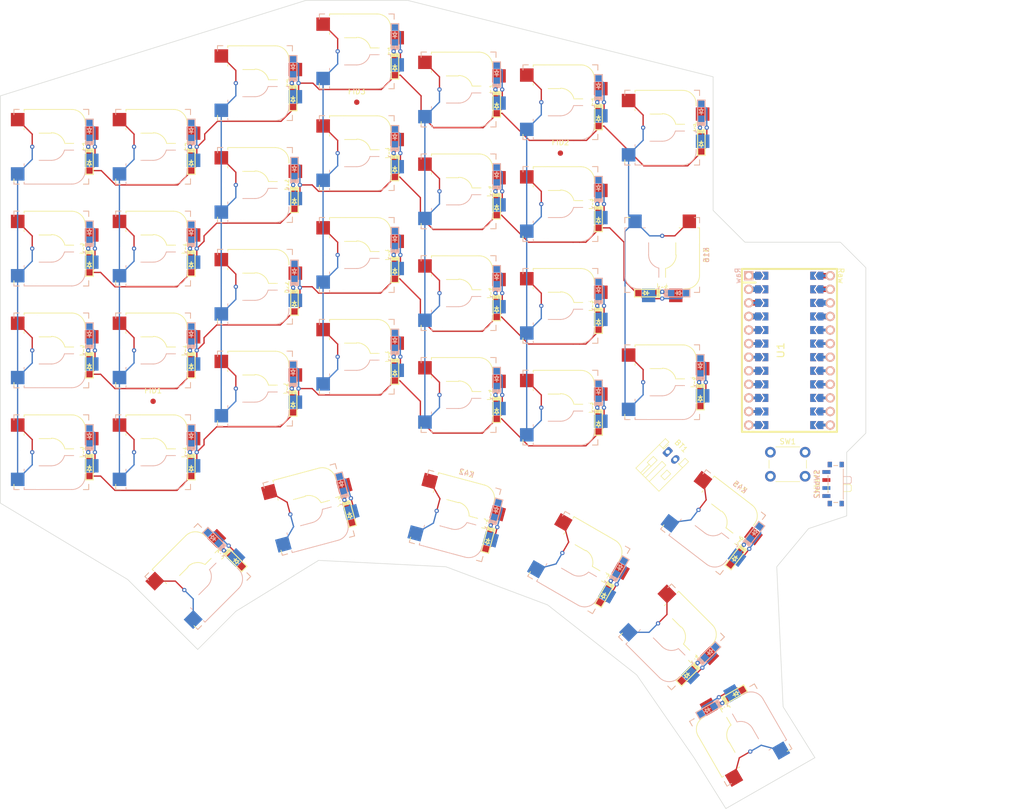
<source format=kicad_pcb>
(kicad_pcb (version 20211014) (generator pcbnew)
  (layers (0 "F.Cu" signal) (31 "B.Cu" signal) (34 "B.Paste" user) (35 "F.Paste" user) (36 "B.SilkS" user "B.Silkscreen") (37 "F.SilkS" user "F.Silkscreen") (38 "B.Mask" user) (39 "F.Mask" user) (44 "Edge.Cuts" user))
  (net 0 "")
  (net 4 "RST")
  (net 5 "Bat+")
  (net 6 "row0")
  (net 7 "row1")
  (net 8 "row2")
  (net 9 "row3")
  (net 10 "row4")
  (net 11 "col0")
  (net 12 "col1")
  (net 13 "col2")
  (net 14 "col3")
  (net 15 "col4")
  (net 16 "col5")
  (net 17 "col6")
  (net 18 "GND")
  (net 19 "Net-(BT1-Pad1)")
  (net 22 "Net-(D0-Pad1)")
  (net 23 "Net-(D1-Pad1)")
  (net 24 "Net-(D2-Pad1)")
  (net 25 "Net-(D3-Pad1)")
  (net 26 "Net-(D4-Pad1)")
  (net 27 "Net-(D5-Pad1)")
  (net 28 "Net-(D6-Pad1)")
  (net 29 "Net-(D31-Pad1)")
  (net 30 "Net-(D10-Pad1)")
  (net 31 "Net-(D11-Pad1)")
  (net 32 "Net-(D12-Pad1)")
  (net 33 "Net-(D13-Pad1)")
  (net 34 "Net-(D14-Pad1)")
  (net 35 "Net-(D15-Pad1)")
  (net 36 "Net-(D16-Pad1)")
  (net 37 "Net-(D20-Pad1)")
  (net 38 "Net-(D21-Pad1)")
  (net 39 "Net-(D22-Pad1)")
  (net 40 "Net-(D23-Pad1)")
  (net 41 "Net-(D24-Pad1)")
  (net 42 "Net-(D25-Pad1)")
  (net 43 "Net-(D30-Pad1)")
  (net 44 "Net-(D32-Pad1)")
  (net 45 "Net-(D33-Pad1)")
  (net 46 "Net-(D34-Pad1)")
  (net 47 "Net-(D35-Pad1)")
  (net 48 "Net-(D42-Pad1)")
  (net 49 "Net-(D43-Pad1)")
  (net 50 "Net-(D26-Pad1)")
  (net 51 "Net-(D44-Pad1)")
  (net 52 "Net-(D45-Pad1)")
  (net 53 "Net-(D46-Pad1)")
  (net 54 "Net-(K40-Pad2)")
  (net 55 "Net-(K41-Pad2)")
  (footprint "mykeeb:Kailh_socket_MX_reversible_1u" (layer "F.Cu") (at 141.684375 91.678125)
    (fp_text reference "K26" hide)
    (fp_text value "KEYSW")
  )
  (footprint "mykeeb:my_dual_D_SOD123F_v2" (layer "F.Cu") (at 91.678125 86.915625 -90)
    (fp_text reference "D33")
    (fp_text value "DIODE" hide)
  )
  (footprint "mykeeb:Kailh_socket_MX_reversible_1u" (layer "F.Cu") (at 103.584375 55.959375)
    (fp_text reference "K14" hide)
    (fp_text value "KEYSW")
  )
  (footprint "mykeeb:Kailh_socket_MX_reversible_1u" (layer "F.Cu") (at 65.484375 54.76875)
    (fp_text reference "K12" hide)
    (fp_text value "KEYSW")
  )
  (footprint "mykeeb:my_dual_D_SOD123F_v2" (layer "F.Cu") (at 72.628125 92.86875 -90)
    (fp_text reference "D32")
    (fp_text value "DIODE" hide)
  )
  (footprint "mykeeb:Kailh_socket_MX_reversible_1u" (layer "F.Cu") (at 65.484375 73.81875)
    (fp_text reference "K22" hide)
    (fp_text value "KEYSW")
  )
  (footprint "mykeeb:Kailh_socket_MX_reversible_1u" (layer "F.Cu") (at 156.372533 157.688549 120)
    (fp_text reference "K46" hide)
    (fp_text value "KEYSW")
  )
  (footprint "Fiducial:Fiducial_1mm_Mask2mm" (layer "F.Cu") (at 122.634375 48.815625)
    (fp_text reference "FID2")
    (fp_text value "Fiducial")
  )
  (footprint "mykeeb:my_dual_D_SOD123F_v2" (layer "F.Cu") (at 34.528125 66.675 -90)
    (fp_text reference "D10")
    (fp_text value "DIODE" hide)
  )
  (footprint "mykeeb:Kailh_socket_MX_reversible_1.25u" (layer "F.Cu") (at 102.94192 116.68125 -15)
    (fp_text reference "K42")
    (fp_text value "KEYSW")
  )
  (footprint "mykeeb:my_dual_D_SOD123F_v2" (layer "F.Cu") (at 72.628125 35.71875 -90)
    (fp_text reference "D2")
    (fp_text value "DIODE" hide)
  )
  (footprint "mykeeb:Kailh_socket_MX_reversible_1u" (layer "F.Cu") (at 75.559172 115.490625 15)
    (fp_text reference "K41" hide)
    (fp_text value "KEYSW")
  )
  (footprint "mykeeb:Kailh_socket_MX_reversible_1u" (layer "F.Cu") (at 27.384375 104.775)
    (fp_text reference "K30" hide)
    (fp_text value "KEYSW")
  )
  (footprint "mykeeb:my_dual_D_SOD123F_v2" (layer "F.Cu") (at 110.728125 55.959375 -90)
    (fp_text reference "D14")
    (fp_text value "DIODE" hide)
  )
  (footprint "mykeeb:my_dual_D_SOD123F_v2" (layer "F.Cu") (at 129.778125 39.290625 -90)
    (fp_text reference "D5")
    (fp_text value "DIODE" hide)
  )
  (footprint "mykeeb:my_dual_D_SOD123F_v2" (layer "F.Cu") (at 129.778125 58.340625 -90)
    (fp_text reference "D15")
    (fp_text value "DIODE" hide)
  )
  (footprint "Connector_JST:JST_PH_S2B-PH-K_1x02_P2.00mm_Horizontal" (layer "F.Cu") (at 142.70968 104.716732 -45)
    (fp_text reference "BT1")
    (fp_text value "Battery_Cell")
  )
  (footprint "mykeeb:Kailh_socket_MX_reversible_1.5u" (layer "F.Cu") (at 151.209375 117.871875 -37.5)
    (fp_text reference "K45")
    (fp_text value "KEYSW")
  )
  (footprint "Fiducial:Fiducial_1mm_Mask2mm" (layer "F.Cu") (at 84.534375 39.290625)
    (fp_text reference "FID3")
    (fp_text value "Fiducial")
  )
  (footprint "mykeeb:my_dual_D_SOD123F_v2" (layer "F.Cu") (at 53.578125 66.675 -90)
    (fp_text reference "D11")
    (fp_text value "DIODE" hide)
  )
  (footprint "mykeeb:Kailh_socket_MX_reversible_1u" (layer "F.Cu") (at 46.434375 104.775)
    (fp_text reference "K31" hide)
    (fp_text value "KEYSW")
  )
  (footprint "Button_Switch_SMD:SW_SPDT_PCM12" (layer "F.Cu") (at 173.83125 110.728125 90)
    (fp_text reference "SWbat1")
    (fp_text value "SW_SPST")
  )
  (footprint "mykeeb:my_dual_D_SOD123F_v2" (layer "F.Cu") (at 141.684375 75.009375 180)
    (fp_text reference "D16")
    (fp_text value "DIODE" hide)
  )
  (footprint "mykeeb:Kailh_socket_MX_reversible_1u" (layer "F.Cu") (at 143.426769 139.325324 -45)
    (fp_text reference "K44" hide)
    (fp_text value "KEYSW")
  )
  (footprint "mykeeb:Kailh_socket_MX_reversible_1u" (layer "F.Cu") (at 27.384375 85.725)
    (fp_text reference "K20" hide)
    (fp_text value "KEYSW")
  )
  (footprint "mykeeb:my_dual_D_SOD123F_v2" (layer "F.Cu") (at 34.528125 104.775 -90)
    (fp_text reference "D30")
    (fp_text value "DIODE" hide)
  )
  (footprint "mykeeb:my_dual_D_SOD123F_v2" (layer "F.Cu") (at 129.778125 77.390625 -90)
    (fp_text reference "D25")
    (fp_text value "DIODE" hide)
  )
  (footprint "mykeeb:Kailh_socket_MX_reversible_1u" (layer "F.Cu") (at 126.091472 125.416285 -30)
    (fp_text reference "K43" hide)
    (fp_text value "KEYSW")
  )
  (footprint "mykeeb:my_dual_D_SOD123F_v2" (layer "F.Cu") (at 34.528125 47.625 -90)
    (fp_text reference "D0")
    (fp_text value "DIODE" hide)
  )
  (footprint "mykeeb:my_reversible_Pro_Micro" (layer "F.Cu") (at 165.496875 85.725 -90)
    (fp_text reference "U1")
    (fp_text value "ProMicro" hide)
  )
  (footprint "mykeeb:my_dual_D_SOD123F_v2" (layer "F.Cu") (at 110.728125 36.909375 -90)
    (fp_text reference "D4")
    (fp_text value "DIODE" hide)
  )
  (footprint "mykeeb:Kailh_socket_MX_reversible_1u" (layer "F.Cu") (at 46.434375 66.675)
    (fp_text reference "K11" hide)
    (fp_text value "KEYSW")
  )
  (footprint "mykeeb:Kailh_socket_MX_reversible_1u" (layer "F.Cu") (at 103.584375 36.909375)
    (fp_text reference "K4" hide)
    (fp_text value "KEYSW")
  )
  (footprint "mykeeb:my_dual_D_SOD123F_v2" (layer "F.Cu") (at 53.578125 104.775 -90)
    (fp_text reference "D31")
    (fp_text value "DIODE" hide)
  )
  (footprint "mykeeb:Kailh_socket_MX_reversible_1u" (layer "F.Cu") (at 27.384375 66.675)
    (fp_text reference "K10" hide)
    (fp_text value "KEYSW")
  )
  (footprint "mykeeb:my_dual_D_SOD123F_v2" (layer "F.Cu") (at 91.678125 29.765625 -90)
    (fp_text reference "D3")
    (fp_text value "DIODE" hide)
  )
  (footprint "mykeeb:my_dual_D_SOD123F_v2" (layer "F.Cu") (at 91.678125 48.815625 -90)
    (fp_text reference "D13")
    (fp_text value "DIODE" hide)
  )
  (footprint "mykeeb:my_dual_D_SOD123F_v2" (layer "F.Cu") (at 34.528125 85.725 -90)
    (fp_text reference "D20")
    (fp_text value "DIODE" hide)
  )
  (footprint "mykeeb:Kailh_socket_MX_reversible_1u" (layer "F.Cu") (at 84.534375 29.765625)
    (fp_text reference "K3" hide)
    (fp_text value "KEYSW")
  )
  (footprint "mykeeb:my_dual_D_SOD123F_v2" (layer "F.Cu") (at 82.459505 113.641686 -75)
    (fp_text reference "D41")
    (fp_text value "DIODE" hide)
  )
  (footprint "mykeeb:my_dual_D_SOD123F_v2" (layer "F.Cu") (at 91.678125 67.865625 -90)
    (fp_text reference "D23")
    (fp_text value "DIODE" hide)
  )
  (footprint "mykeeb:my_dual_D_SOD123F_v2" (layer "F.Cu") (at 157.162453 122.239731 -127.5)
    (fp_text reference "D45")
    (fp_text value "DIODE" hide)
  )
  (footprint "mykeeb:Kailh_socket_MX_reversible_1.5u" (layer "F.Cu") (at 141.684375 67.865625 -90)
    (fp_text reference "K16")
    (fp_text value "KEYSW")
  )
  (footprint "mykeeb:Kailh_socket_MX_reversible_1u" (layer "F.Cu") (at 122.634375 96.440625)
    (fp_text reference "K35" hide)
    (fp_text value "KEYSW")
  )
  (footprint "mykeeb:Kailh_socket_MX_reversible_1u" (layer "F.Cu") (at 65.484375 35.71875)
    (fp_text reference "K2" hide)
    (fp_text value "KEYSW")
  )
  (footprint "mykeeb:Kailh_socket_MX_reversible_1u" (layer "F.Cu") (at 65.484375 92.86875)
    (fp_text reference "K32" hide)
    (fp_text value "KEYSW")
  )
  (footprint "mykeeb:Kailh_socket_MX_reversible_1u" (layer "F.Cu") (at 122.634375 39.290625)
    (fp_text reference "K5" hide)
    (fp_text value "KEYSW")
  )
  (footprint "mykeeb:Kailh_socket_MX_reversible_1u" (layer "F.Cu") (at 141.684375 44.053125)
    (fp_text reference "K6" hide)
    (fp_text value "KEYSW")
  )
  (footprint "mykeeb:Kailh_socket_MX_reversible_1u" (layer "F.Cu") (at 84.534375 48.815625)
    (fp_text reference "K13" hide)
    (fp_text value "KEYSW")
  )
  (footprint "Button_Switch_THT:SW_PUSH_6mm" (layer "F.Cu") (at 161.925 104.775)
    (fp_text reference "SW1")
    (fp_text value "SW_Push")
  )
  (footprint "mykeeb:Kailh_socket_MX_reversible_1u" (layer "F.Cu") (at 46.434375 47.625)
    (fp_text reference "K1" hide)
    (fp_text value "KEYSW")
  )
  (footprint "mykeeb:my_dual_D_SOD123F_v2" (layer "F.Cu") (at 53.578125 85.725 -90)
    (fp_text reference "D21")
    (fp_text value "DIODE" hide)
  )
  (footprint "mykeeb:my_dual_D_SOD123F_v2" (layer "F.Cu") (at 132.278141 128.98816 -120)
    (fp_text reference "D43")
    (fp_text value "DIODE" hide)
  )
  (footprint "mykeeb:Kailh_socket_MX_reversible_1u" (layer "F.Cu") (at 54.790949 128.035732 45)
    (fp_text reference "K40" hide)
    (fp_text value "KEYSW")
  )
  (footprint "mykeeb:Kailh_socket_MX_reversible_1u" (layer "F.Cu") (at 122.634375 77.390625)
    (fp_text reference "K25" hide)
    (fp_text value "KEYSW")
  )
  (footprint "Fiducial:Fiducial_1mm_Mask2mm" (layer "F.Cu") (at 46.434375 95.25)
    (fp_text reference "FID1")
    (fp_text value "Fiducial")
  )
  (footprint "mykeeb:my_dual_D_SOD123F_v2" (layer "F.Cu") (at 53.578125 47.625 -90)
    (fp_text reference "D1")
    (fp_text value "DIODE" hide)
  )
  (footprint "mykeeb:Kailh_socket_MX_reversible_1u" (layer "F.Cu") (at 84.534375 86.915625)
    (fp_text reference "K33" hide)
    (fp_text value "KEYSW")
  )
  (footprint "mykeeb:my_dual_D_SOD123F_v2" (layer "F.Cu") (at 110.728125 75.009375 -90)
    (fp_text reference "D24")
    (fp_text value "DIODE" hide)
  )
  (footprint "mykeeb:my_dual_D_SOD123F_v2" (layer "F.Cu") (at 148.478163 144.376718 -135)
    (fp_text reference "D44")
    (fp_text value "DIODE" hide)
  )
  (footprint "mykeeb:my_dual_D_SOD123F_v2" (layer "F.Cu") (at 148.828125 91.678125 -90)
    (fp_text reference "D26")
    (fp_text value "DIODE" hide)
  )
  (footprint "mykeeb:my_dual_D_SOD123F_v2" (layer "F.Cu") (at 109.842253 118.530189 -105)
    (fp_text reference "D42")
    (fp_text value "DIODE" hide)
  )
  (footprint "mykeeb:my_dual_D_SOD123F_v2" (layer "F.Cu") (at 59.842343 122.984337 -45)
    (fp_text reference "D40")
    (fp_text value "DIODE" hide)
  )
  (footprint "mykeeb:my_dual_D_SOD123F_v2" (layer "F.Cu") (at 129.778125 96.440625 -90)
    (fp_text reference "D35")
    (fp_text value "DIODE" hide)
  )
  (footprint "mykeeb:Kailh_socket_MX_reversible_1u" (layer "F.Cu") (at 46.434375 85.725)
    (fp_text reference "K21" hide)
    (fp_text value "KEYSW")
  )
  (footprint "mykeeb:my_dual_D_SOD123F_v2" (layer "F.Cu") (at 152.800658 151.501879 30)
    (fp_text reference "D46")
    (fp_text value "DIODE" hide)
  )
  (footprint "mykeeb:my_dual_D_SOD123F_v2" (layer "F.Cu") (at 72.882125 54.76875 -90)
    (fp_text reference "D12")
    (fp_text value "DIODE" hide)
  )
  (footprint "mykeeb:Kailh_socket_MX_reversible_1u" (layer "F.Cu") (at 27.384375 47.625)
    (fp_text reference "K0" hide)
    (fp_text value "KEYSW")
  )
  (footprint "mykeeb:Kailh_socket_MX_reversible_1u" (layer "F.Cu") (at 103.584375 94.059375)
    (fp_text reference "K34" hide)
    (fp_text value "KEYSW")
  )
  (footprint "mykeeb:my_dual_D_SOD123F_v2" (layer "F.Cu") (at 110.728125 94.059375 -90)
    (fp_text reference "D34")
    (fp_text value "DIODE" hide)
  )
  (footprint "mykeeb:my_dual_D_SOD123F_v2" (layer "F.Cu") (at 72.882125 73.993375 -90)
    (fp_text reference "D22")
    (fp_text value "DIODE" hide)
  )
  (footprint "mykeeb:Kailh_socket_MX_reversible_1u" (layer "F.Cu") (at 103.584375 75.009375)
    (fp_text reference "K24" hide)
    (fp_text value "KEYSW")
  )
  (footprint "mykeeb:Kailh_socket_MX_reversible_1u" (layer "F.Cu") (at 84.534375 67.865625)
    (fp_text reference "K23" hide)
    (fp_text value "KEYSW")
  )
  (footprint "mykeeb:my_dual_D_SOD123F_v2" (layer "F.Cu") (at 149.00275 44.053125 -90)
    (fp_text reference "D6")
    (fp_text value "DIODE" hide)
  )
  (footprint "mykeeb:Kailh_socket_MX_reversible_1u" (layer "F.Cu") (at 122.634375 58.340625)
    (fp_text reference "K15" hide)
    (fp_text value "KEYSW")
  )
  (footprint "Button_Switch_SMD:SW_SPDT_PCM12" (layer "B.Cu") (at 173.831155 110.727781 -90)
    (fp_text reference "SWbat2")
    (fp_text value "SW_SPST")
  )
  (gr_poly (pts (xy 151.209375 34.528125) (xy 151.209375 59.53125) (xy 157.1625 65.484375) (xy 175.021875 65.484375) (xy 179.784375 70.246875) (xy 179.784375 101.203125) (xy 176.2125 104.775) (xy 176.2125 116.68125) (xy 169.06875 119.0625) (xy 163.115625 126.20625) (xy 164.30625 152.4) (xy 170.259375 161.925) (xy 153.590625 171.45) (xy 147.6375 161.925) (xy 136.921875 146.446875) (xy 120.253125 133.35) (xy 101.203125 126.20625) (xy 77.390625 125.015625) (xy 61.9125 134.540625) (xy 54.76875 141.684375) (xy 41.671875 128.5875) (xy 17.859375 114.3) (xy 17.859375 38.1) (xy 75.009375 20.240625) (xy 94.059375 20.240625)) (layer "Edge.Cuts") (width 0.1) (fill none))
  (segment locked (start 130.794125 43.752625) (end 138.238375 51.196875) (width 0.25) (layer "F.Cu") (net 6))
  (segment locked (start 72.754 40.48125) (end 72.754 40.18075) (width 0.25) (layer "F.Cu") (net 6))
  (segment locked (start 73.77 35.71875) (end 76.325875 35.71875) (width 0.25) (layer "F.Cu") (net 6))
  (segment locked (start 92.694125 34.227625) (end 96.5665 38.1) (width 0.25) (layer "F.Cu") (net 6))
  (segment locked (start 39.4165 54.76875) (end 51.02225 54.76875) (width 0.25) (layer "F.Cu") (net 6))
  (segment locked (start 36.73475 52.087) (end 39.4165 54.76875) (width 0.25) (layer "F.Cu") (net 6))
  (segment locked (start 110.854 41.371375) (end 111.744125 41.371375) (width 0.25) (layer "F.Cu") (net 6))
  (segment locked (start 115.6165 45.24375) (end 116.807125 46.434375) (width 0.25) (layer "F.Cu") (net 6))
  (segment locked (start 77.5165 36.909375) (end 89.12225 36.909375) (width 0.25) (layer "F.Cu") (net 6))
  (segment locked (start 125.1415 46.434375) (end 126.332125 46.434375) (width 0.25) (layer "F.Cu") (net 6))
  (segment locked (start 116.807125 46.434375) (end 125.1415 46.434375) (width 0.25) (layer "F.Cu") (net 6))
  (segment locked (start 96.5665 38.1) (end 96.5665 41.671875) (width 0.25) (layer "F.Cu") (net 6))
  (segment locked (start 56.08525 45.24375) (end 58.4665 42.8625) (width 0.25) (layer "F.Cu") (net 6))
  (segment locked (start 51.02225 54.76875) (end 53.704 52.087) (width 0.25) (layer "F.Cu") (net 6))
  (segment locked (start 34.654 52.087) (end 36.73475 52.087) (width 0.25) (layer "F.Cu") (net 6))
  (segment locked (start 96.5665 41.671875) (end 98.94775 44.053125) (width 0.25) (layer "F.Cu") (net 6))
  (segment locked (start 146.446875 51.196875) (end 149.128625 48.515125) (width 0.25) (layer "F.Cu") (net 6))
  (segment locked (start 54.72 47.625) (end 56.08525 46.25975) (width 0.25) (layer "F.Cu") (net 6))
  (segment locked (start 111.744125 41.371375) (end 115.6165 45.24375) (width 0.25) (layer "F.Cu") (net 6))
  (segment locked (start 98.94775 44.053125) (end 108.17225 44.053125) (width 0.25) (layer "F.Cu") (net 6))
  (segment locked (start 127.52275 46.434375) (end 129.904 44.053125) (width 0.25) (layer "F.Cu") (net 6))
  (segment locked (start 76.325875 35.71875) (end 77.5165 36.909375) (width 0.25) (layer "F.Cu") (net 6))
  (segment locked (start 91.804 34.227625) (end 92.694125 34.227625) (width 0.25) (layer "F.Cu") (net 6))
  (segment locked (start 126.332125 46.434375) (end 127.52275 46.434375) (width 0.25) (layer "F.Cu") (net 6))
  (segment locked (start 89.12225 36.909375) (end 91.804 34.227625) (width 0.25) (layer "F.Cu") (net 6))
  (segment locked (start 138.238375 51.196875) (end 146.446875 51.196875) (width 0.25) (layer "F.Cu") (net 6))
  (segment locked (start 58.4665 42.8625) (end 70.37275 42.8625) (width 0.25) (layer "F.Cu") (net 6))
  (segment locked (start 56.08525 46.25975) (end 56.08525 45.24375) (width 0.25) (layer "F.Cu") (net 6))
  (segment locked (start 129.904 43.752625) (end 130.794125 43.752625) (width 0.25) (layer "F.Cu") (net 6))
  (segment locked (start 108.17225 44.053125) (end 110.854 41.371375) (width 0.25) (layer "F.Cu") (net 6))
  (segment locked (start 70.37275 42.8625) (end 72.754 40.48125) (width 0.25) (layer "F.Cu") (net 6))
  (segment locked (start 72.628125 59.53125) (end 72.628125 59.23075) (width 0.25) (layer "F.Cu") (net 7))
  (segment locked (start 126.20625 65.484375) (end 127.396875 65.484375) (width 0.25) (layer "F.Cu") (net 7))
  (segment locked (start 116.68125 65.484375) (end 125.015625 65.484375) (width 0.25) (layer "F.Cu") (net 7))
  (segment locked (start 96.440625 57.15) (end 96.440625 60.721875) (width 0.25) (layer "F.Cu") (net 7))
  (segment locked (start 108.046375 63.103125) (end 110.728125 60.421375) (width 0.25) (layer "F.Cu") (net 7))
  (segment locked (start 111.61825 60.421375) (end 115.490625 64.29375) (width 0.25) (layer "F.Cu") (net 7))
  (segment locked (start 34.528125 71.137) (end 36.608875 71.137) (width 0.25) (layer "F.Cu") (net 7))
  (segment locked (start 70.246875 61.9125) (end 72.628125 59.53125) (width 0.25) (layer "F.Cu") (net 7))
  (segment locked (start 115.490625 64.29375) (end 116.68125 65.484375) (width 0.25) (layer "F.Cu") (net 7))
  (segment locked (start 127.396875 65.484375) (end 129.778125 63.103125) (width 0.25) (layer "F.Cu") (net 7))
  (segment locked (start 58.340625 61.9125) (end 70.246875 61.9125) (width 0.25) (layer "F.Cu") (net 7))
  (segment locked (start 39.290625 73.81875) (end 50.896375 73.81875) (width 0.25) (layer "F.Cu") (net 7))
  (segment locked (start 54.594125 66.675) (end 55.959375 65.30975) (width 0.25) (layer "F.Cu") (net 7))
  (segment locked (start 131.858875 62.802625) (end 129.778125 62.802625) (width 0.25) (layer "F.Cu") (net 7))
  (segment locked (start 98.821875 63.103125) (end 108.046375 63.103125) (width 0.25) (layer "F.Cu") (net 7))
  (segment locked (start 50.896375 73.81875) (end 53.578125 71.137) (width 0.25) (layer "F.Cu") (net 7))
  (segment locked (start 36.608875 71.137) (end 39.290625 73.81875) (width 0.25) (layer "F.Cu") (net 7))
  (segment locked (start 96.440625 60.721875) (end 98.821875 63.103125) (width 0.25) (layer "F.Cu") (net 7))
  (segment locked (start 137.222375 75.009375) (end 136.921875 75.009375) (width 0.25) (layer "F.Cu") (net 7))
  (segment locked (start 134.540625 72.628125) (end 134.540625 65.484375) (width 0.25) (layer "F.Cu") (net 7))
  (segment locked (start 55.959375 65.30975) (end 55.959375 64.29375) (width 0.25) (layer "F.Cu") (net 7))
  (segment locked (start 77.390625 55.959375) (end 88.996375 55.959375) (width 0.25) (layer "F.Cu") (net 7))
  (segment locked (start 92.56825 53.277625) (end 96.440625 57.15) (width 0.25) (layer "F.Cu") (net 7))
  (segment locked (start 91.678125 53.277625) (end 92.56825 53.277625) (width 0.25) (layer "F.Cu") (net 7))
  (segment locked (start 76.2 54.76875) (end 77.390625 55.959375) (width 0.25) (layer "F.Cu") (net 7))
  (segment locked (start 125.015625 65.484375) (end 126.20625 65.484375) (width 0.25) (layer "F.Cu") (net 7))
  (segment locked (start 110.728125 60.421375) (end 111.61825 60.421375) (width 0.25) (layer "F.Cu") (net 7))
  (segment locked (start 55.959375 64.29375) (end 58.340625 61.9125) (width 0.25) (layer "F.Cu") (net 7))
  (segment locked (start 73.644125 54.76875) (end 76.2 54.76875) (width 0.25) (layer "F.Cu") (net 7))
  (segment locked (start 88.996375 55.959375) (end 91.678125 53.277625) (width 0.25) (layer "F.Cu") (net 7))
  (segment locked (start 136.921875 75.009375) (end 134.540625 72.628125) (width 0.25) (layer "F.Cu") (net 7))
  (segment locked (start 134.540625 65.484375) (end 131.858875 62.802625) (width 0.25) (layer "F.Cu") (net 7))
  (segment locked (start 36.608875 90.187) (end 39.290625 92.86875) (width 0.25) (layer "F.Cu") (net 8))
  (segment locked (start 115.490625 83.34375) (end 116.68125 84.534375) (width 0.25) (layer "F.Cu") (net 8))
  (segment locked (start 108.046375 82.153125) (end 110.728125 79.471375) (width 0.25) (layer "F.Cu") (net 8))
  (segment locked (start 55.959375 84.35975) (end 55.959375 83.34375) (width 0.25) (layer "F.Cu") (net 8))
  (segment locked (start 125.015625 84.534375) (end 126.20625 84.534375) (width 0.25) (layer "F.Cu") (net 8))
  (segment locked (start 70.246875 80.9625) (end 72.628125 78.58125) (width 0.25) (layer "F.Cu") (net 8))
  (segment locked (start 92.56825 72.327625) (end 96.440625 76.2) (width 0.25) (layer "F.Cu") (net 8))
  (segment locked (start 34.528125 90.187) (end 36.608875 90.187) (width 0.25) (layer "F.Cu") (net 8))
  (segment locked (start 96.440625 76.2) (end 96.440625 79.771875) (width 0.25) (layer "F.Cu") (net 8))
  (segment locked (start 91.678125 72.327625) (end 92.56825 72.327625) (width 0.25) (layer "F.Cu") (net 8))
  (segment locked (start 127.396875 84.534375) (end 129.778125 82.153125) (width 0.25) (layer "F.Cu") (net 8))
  (segment locked (start 88.996375 75.009375) (end 91.678125 72.327625) (width 0.25) (layer "F.Cu") (net 8))
  (segment locked (start 96.440625 79.771875) (end 98.821875 82.153125) (width 0.25) (layer "F.Cu") (net 8))
  (segment locked (start 50.896375 92.86875) (end 53.578125 90.187) (width 0.25) (layer "F.Cu") (net 8))
  (segment locked (start 111.61825 79.471375) (end 115.490625 83.34375) (width 0.25) (layer "F.Cu") (net 8))
  (segment locked (start 76.2 73.81875) (end 77.390625 75.009375) (width 0.25) (layer "F.Cu") (net 8))
  (segment locked (start 73.644125 73.81875) (end 76.2 73.81875) (width 0.25) (layer "F.Cu") (net 8))
  (segment locked (start 116.68125 84.534375) (end 125.015625 84.534375) (width 0.25) (layer "F.Cu") (net 8))
  (segment locked (start 77.390625 75.009375) (end 88.996375 75.009375) (width 0.25) (layer "F.Cu") (net 8))
  (segment locked (start 54.594125 85.725) (end 55.959375 84.35975) (width 0.25) (layer "F.Cu") (net 8))
  (segment locked (start 55.959375 83.34375) (end 58.340625 80.9625) (width 0.25) (layer "F.Cu") (net 8))
  (segment locked (start 110.728125 79.471375) (end 111.61825 79.471375) (width 0.25) (layer "F.Cu") (net 8))
  (segment locked (start 98.821875 82.153125) (end 108.046375 82.153125) (width 0.25) (layer "F.Cu") (net 8))
  (segment locked (start 58.340625 80.9625) (end 70.246875 80.9625) (width 0.25) (layer "F.Cu") (net 8))
  (segment locked (start 72.628125 78.58125) (end 72.628125 78.28075) (width 0.25) (layer "F.Cu") (net 8))
  (segment locked (start 126.20625 84.534375) (end 127.396875 84.534375) (width 0.25) (layer "F.Cu") (net 8))
  (segment locked (start 39.290625 92.86875) (end 50.896375 92.86875) (width 0.25) (layer "F.Cu") (net 8))
  (segment locked (start 115.490625 102.39375) (end 116.68125 103.584375) (width 0.25) (layer "F.Cu") (net 9))
  (segment locked (start 116.68125 103.584375) (end 125.015625 103.584375) (width 0.25) (layer "F.Cu") (net 9))
  (segment locked (start 108.046375 101.203125) (end 110.728125 98.521375) (width 0.25) (layer "F.Cu") (net 9))
  (segment locked (start 125.015625 103.584375) (end 126.20625 103.584375) (width 0.25) (layer "F.Cu") (net 9))
  (segment locked (start 76.2 92.86875) (end 77.390625 94.059375) (width 0.25) (layer "F.Cu") (net 9))
  (segment locked (start 54.594125 104.775) (end 55.959375 103.40975) (width 0.25) (layer "F.Cu") (net 9))
  (segment locked (start 111.61825 98.521375) (end 115.490625 102.39375) (width 0.25) (layer "F.Cu") (net 9))
  (segment locked (start 58.340625 100.0125) (end 70.246875 100.0125) (width 0.25) (layer "F.Cu") (net 9))
  (segment locked (start 70.246875 100.0125) (end 72.628125 97.63125) (width 0.25) (layer "F.Cu") (net 9))
  (segment locked (start 126.20625 103.584375) (end 127.396875 103.584375) (width 0.25) (layer "F.Cu") (net 9))
  (segment locked (start 50.896375 111.91875) (end 53.578125 109.237) (width 0.25) (layer "F.Cu") (net 9))
  (segment locked (start 73.644125 92.86875) (end 76.2 92.86875) (width 0.25) (layer "F.Cu") (net 9))
  (segment locked (start 55.959375 102.39375) (end 58.340625 100.0125) (width 0.25) (layer "F.Cu") (net 9))
  (segment locked (start 96.440625 95.25) (end 96.440625 98.821875) (width 0.25) (layer "F.Cu") (net 9))
  (segment locked (start 39.290625 111.91875) (end 50.896375 111.91875) (width 0.25) (layer "F.Cu") (net 9))
  (segment locked (start 36.608875 109.237) (end 39.290625 111.91875) (width 0.25) (layer "F.Cu") (net 9))
  (segment locked (start 88.996375 94.059375) (end 91.678125 91.377625) (width 0.25) (layer "F.Cu") (net 9))
  (segment locked (start 98.821875 101.203125) (end 108.046375 101.203125) (width 0.25) (layer "F.Cu") (net 9))
  (segment locked (start 92.56825 91.377625) (end 96.440625 95.25) (width 0.25) (layer "F.Cu") (net 9))
  (segment locked (start 127.396875 103.584375) (end 129.778125 101.203125) (width 0.25) (layer "F.Cu") (net 9))
  (segment locked (start 110.728125 98.521375) (end 111.61825 98.521375) (width 0.25) (layer "F.Cu") (net 9))
  (segment locked (start 96.440625 98.821875) (end 98.821875 101.203125) (width 0.25) (layer "F.Cu") (net 9))
  (segment locked (start 77.390625 94.059375) (end 88.996375 94.059375) (width 0.25) (layer "F.Cu") (net 9))
  (segment locked (start 55.959375 103.40975) (end 55.959375 102.39375) (width 0.25) (layer "F.Cu") (net 9))
  (segment locked (start 91.678125 91.377625) (end 92.56825 91.377625) (width 0.25) (layer "F.Cu") (net 9))
  (segment locked (start 72.628125 97.63125) (end 72.628125 97.33075) (width 0.25) (layer "F.Cu") (net 9))
  (segment locked (start 34.528125 109.237) (end 36.608875 109.237) (width 0.25) (layer "F.Cu") (net 9))
  (segment locked (start 23.8125 83.363125) (end 23.8125 85.725) (width 0.25) (layer "F.Cu") (net 11))
  (segment locked (start 23.8125 102.413125) (end 23.8125 104.775) (width 0.25) (layer "F.Cu") (net 11))
  (segment (start 50.595154 128.89133) (end 46.751146 128.891331) (width 0.25) (layer "F.Cu") (net 11))
  (segment locked (start 21.094375 61.595) (end 23.8125 64.313125) (width 0.25) (layer "F.Cu") (net 11))
  (segment locked (start 21.094375 80.645) (end 23.8125 83.363125) (width 0.25) (layer "F.Cu") (net 11))
  (segment locked (start 23.8125 45.263125) (end 23.8125 47.625) (width 0.25) (layer "F.Cu") (net 11))
  (segment locked (start 23.8125 64.313125) (end 23.8125 66.675) (width 0.25) (layer "F.Cu") (net 11))
  (segment locked (start 21.094375 42.545) (end 23.8125 45.263125) (width 0.25) (layer "F.Cu") (net 11))
  (segment (start 52.265252 130.561428) (end 50.595154 128.89133) (width 0.25) (layer "F.Cu") (net 11))
  (segment locked (start 21.094375 99.695) (end 23.8125 102.413125) (width 0.25) (layer "F.Cu") (net 11))
  (via locked (at 23.8125 66.675) (size 0.8) (drill 0.4) (layers "F.Cu" "B.Cu") (net 11))
  (via locked (at 23.8125 104.775) (size 0.8) (drill 0.4) (layers "F.Cu" "B.Cu") (net 11))
  (via locked (at 23.8125 85.725) (size 0.8) (drill 0.4) (layers "F.Cu" "B.Cu") (net 11))
  (via locked (at 23.8125 47.625) (size 0.8) (drill 0.4) (layers "F.Cu" "B.Cu") (net 11))
  (via (at 52.265252 130.561428) (size 0.8) (drill 0.4) (layers "F.Cu" "B.Cu") (net 11))
  (segment locked (start 23.8125 88.086875) (end 21.094375 90.805) (width 0.25) (layer "B.Cu") (net 11))
  (segment locked (start 21.078954 90.820421) (end 21.078954 109.839579) (width 0.25) (layer "B.Cu") (net 11))
  (segment locked (start 23.8125 66.675) (end 23.8125 69.036875) (width 0.25) (layer "B.Cu") (net 11))
  (segment locked (start 21.094375 90.805) (end 21.078954 90.820421) (width 0.25) (layer "B.Cu") (net 11))
  (segment locked (start 21.078954 71.739579) (end 21.094375 71.755) (width 0.25) (layer "B.Cu") (net 11))
  (segment (start 53.93535 136.075536) (end 53.93535 132.231527) (width 0.25) (layer "B.Cu") (net 11))
  (segment locked (start 21.078954 109.839579) (end 21.094375 109.855) (width 0.25) (layer "B.Cu") (net 11))
  (segment locked (start 23.8125 49.986875) (end 21.094375 52.705) (width 0.25) (layer "B.Cu") (net 11))
  (segment locked (start 21.094375 71.755) (end 21.078954 71.770421) (width 0.25) (layer "B.Cu") (net 11))
  (segment locked (start 21.078954 52.720421) (end 21.078954 71.739579) (width 0.25) (layer "B.Cu") (net 11))
  (segment locked (start 23.8125 104.775) (end 23.8125 107.136875) (width 0.25) (layer "B.Cu") (net 11))
  (segment (start 53.93535 132.231527) (end 52.265252 130.561428) (width 0.25) (layer "B.Cu") (net 11))
  (segment locked (start 21.078954 90.789579) (end 21.094375 90.805) (width 0.25) (layer "B.Cu") (net 11))
  (segment locked (start 23.8125 107.136875) (end 21.094375 109.855) (width 0.25) (layer "B.Cu") (net 11))
  (segment locked (start 21.078954 71.770421) (end 21.078954 90.789579) (width 0.25) (layer "B.Cu") (net 11))
  (segment locked (start 23.8125 47.625) (end 23.8125 49.986875) (width 0.25) (layer "B.Cu") (net 11))
  (segment locked (start 21.094375 52.705) (end 21.078954 52.720421) (width 0.25) (layer "B.Cu") (net 11))
  (segment locked (start 23.8125 85.725) (end 23.8125 88.086875) (width 0.25) (layer "B.Cu") (net 11))
  (segment locked (start 23.8125 69.036875) (end 21.094375 71.755) (width 0.25) (layer "B.Cu") (net 11))
  (segment locked (start 40.144375 61.595) (end 42.8625 64.313125) (width 0.25) (layer "F.Cu") (net 12))
  (segment (start 72.109006 116.415094) (end 71.497708 114.133698) (width 0.25) (layer "F.Cu") (net 12))
  (segment locked (start 42.8625 102.413125) (end 42.8625 104.775) (width 0.25) (layer "F.Cu") (net 12))
  (segment locked (start 40.144375 80.645) (end 42.8625 83.363125) (width 0.25) (layer "F.Cu") (net 12))
  (segment locked (start 42.8625 64.313125) (end 42.8625 66.675) (width 0.25) (layer "F.Cu") (net 12))
  (segment locked (start 42.8625 45.263125) (end 42.8625 47.625) (width 0.25) (layer "F.Cu") (net 12))
  (segment (start 71.497708 114.133698) (end 68.168698 112.211694) (width 0.25) (layer "F.Cu") (net 12))
  (segment locked (start 42.8625 83.363125) (end 42.8625 85.725) (width 0.25) (layer "F.Cu") (net 12))
  (segment locked (start 40.144375 42.545) (end 42.8625 45.263125) (width 0.25) (layer "F.Cu") (net 12))
  (segment locked (start 40.144375 99.695) (end 42.8625 102.413125) (width 0.25) (layer "F.Cu") (net 12))
  (via locked (at 42.8625 47.625) (size 0.8) (drill 0.4) (layers "F.Cu" "B.Cu") (net 12))
  (via locked (at 42.8625 85.725) (size 0.8) (drill 0.4) (layers "F.Cu" "B.Cu") (net 12))
  (via (at 72.109006 116.415094) (size 0.8) (drill 0.4) (layers "F.Cu" "B.Cu") (net 12))
  (via locked (at 42.8625 66.675) (size 0.8) (drill 0.4) (layers "F.Cu" "B.Cu") (net 12))
  (via locked (at 42.8625 104.775) (size 0.8) (drill 0.4) (layers "F.Cu" "B.Cu") (net 12))
  (segment locked (start 42.8625 49.986875) (end 40.144375 52.705) (width 0.25) (layer "B.Cu") (net 12))
  (segment locked (start 42.8625 107.136875) (end 40.144375 109.855) (width 0.25) (layer "B.Cu") (net 12))
  (segment (start 72.720304 118.69649) (end 72.109006 116.415094) (width 0.25) (layer "B.Cu") (net 12))
  (segment locked (start 40.128954 71.770421) (end 40.128954 90.789579) (width 0.25) (layer "B.Cu") (net 12))
  (segment locked (start 42.8625 104.775) (end 42.8625 107.136875) (width 0.25) (layer "B.Cu") (net 12))
  (segment locked (start 40.128954 109.839579) (end 40.144375 109.855) (width 0.25) (layer "B.Cu") (net 12))
  (segment locked (start 40.128954 90.789579) (end 40.144375 90.805) (width 0.25) (layer "B.Cu") (net 12))
  (segment locked (start 42.8625 66.675) (end 42.8625 69.036875) (width 0.25) (layer "B.Cu") (net 12))
  (segment locked (start 42.8625 85.725) (end 42.8625 88.086875) (width 0.25) (layer "B.Cu") (net 12))
  (segment locked (start 40.144375 90.805) (end 40.128954 90.820421) (width 0.25) (layer "B.Cu") (net 12))
  (segment locked (start 40.128954 90.820421) (end 40.128954 109.839579) (width 0.25) (layer "B.Cu") (net 12))
  (segment (start 70.798299 122.0255) (end 72.720304 118.69649) (width 0.25) (layer "B.Cu") (net 12))
  (segment locked (start 42.8625 47.625) (end 42.8625 49.986875) (width 0.25) (layer "B.Cu") (net 12))
  (segment locked (start 40.128954 52.720421) (end 40.128954 71.739579) (width 0.25) (layer "B.Cu") (net 12))
  (segment locked (start 40.144375 71.755) (end 40.128954 71.770421) (width 0.25) (layer "B.Cu") (net 12))
  (segment locked (start 40.144375 52.705) (end 40.128954 52.720421) (width 0.25) (layer "B.Cu") (net 12))
  (segment locked (start 40.128954 71.739579) (end 40.144375 71.755) (width 0.25) (layer "B.Cu") (net 12))
  (segment locked (start 42.8625 88.086875) (end 40.144375 90.805) (width 0.25) (layer "B.Cu") (net 12))
  (segment locked (start 42.8625 69.036875) (end 40.144375 71.755) (width 0.25) (layer "B.Cu") (net 12))
  (segment locked (start 61.9125 71.456875) (end 61.9125 73.81875) (width 0.25) (layer "F.Cu") (net 13))
  (segment locked (start 59.194375 68.73875) (end 61.9125 71.456875) (width 0.25) (layer "F.Cu") (net 13))
  (segment locked (start 59.194375 30.63875) (end 61.9125 33.356875) (width 0.25) (layer "F.Cu") (net 13))
  (segment (start 100.103052 113.475385) (end 98.181047 110.146375) (width 0.25) (layer "F.Cu") (net 13))
  (segment locked (start 59.194375 87.78875) (end 61.9125 90.506875) (width 0.25) (layer "F.Cu") (net 13))
  (segment locked (start 61.9125 90.506875) (end 61.9125 92.86875) (width 0.25) (layer "F.Cu") (net 13))
  (segment locked (start 61.9125 33.356875) (end 61.9125 35.71875) (width 0.25) (layer "F.Cu") (net 13))
  (segment locked (start 59.194375 49.68875) (end 61.9125 52.406875) (width 0.25) (layer "F.Cu") (net 13))
  (segment locked (start 61.9125 52.406875) (end 61.9125 54.76875) (width 0.25) (layer "F.Cu") (net 13))
  (segment (start 99.491754 115.756781) (end 100.103052 113.475385) (width 0.25) (layer "F.Cu") (net 13))
  (via locked (at 61.9125 92.86875) (size 0.8) (drill 0.4) (layers "F.Cu" "B.Cu") (net 13))
  (via (at 99.491754 115.756781) (size 0.8) (drill 0.4) (layers "F.Cu" "B.Cu") (net 13))
  (via locked (at 61.9125 35.71875) (size 0.8) (drill 0.4) (layers "F.Cu" "B.Cu") (net 13))
  (via locked (at 61.9125 54.76875) (size 0.8) (drill 0.4) (layers "F.Cu" "B.Cu") (net 13))
  (via locked (at 61.9125 73.81875) (size 0.8) (drill 0.4) (layers "F.Cu" "B.Cu") (net 13))
  (segment locked (start 61.9125 95.230625) (end 59.194375 97.94875) (width 0.25) (layer "B.Cu") (net 13))
  (segment locked (start 61.9125 57.130625) (end 59.194375 59.84875) (width 0.25) (layer "B.Cu") (net 13))
  (segment locked (start 59.178954 59.864171) (end 59.178954 78.883329) (width 0.25) (layer "B.Cu") (net 13))
  (segment locked (start 59.178954 59.833329) (end 59.194375 59.84875) (width 0.25) (layer "B.Cu") (net 13))
  (segment locked (start 61.9125 92.86875) (end 61.9125 95.230625) (width 0.25) (layer "B.Cu") (net 13))
  (segment locked (start 61.9125 76.180625) (end 59.194375 78.89875) (width 0.25) (layer "B.Cu") (net 13))
  (segment (start 95.551446 119.960181) (end 98.880455 118.038177) (width 0.25) (layer "B.Cu") (net 13))
  (segment locked (start 61.9125 73.81875) (end 61.9125 76.180625) (width 0.25) (layer "B.Cu") (net 13))
  (segment locked (start 59.194375 59.84875) (end 59.178954 59.864171) (width 0.25) (layer "B.Cu") (net 13))
  (segment locked (start 59.194375 78.89875) (end 59.178954 78.914171) (width 0.25) (layer "B.Cu") (net 13))
  (segment locked (start 59.178954 97.933329) (end 59.194375 97.94875) (width 0.25) (layer "B.Cu") (net 13))
  (segment locked (start 59.178954 78.883329) (end 59.194375 78.89875) (width 0.25) (layer "B.Cu") (net 13))
  (segment locked (start 59.178954 78.914171) (end 59.178954 97.933329) (width 0.25) (layer "B.Cu") (net 13))
  (segment locked (start 59.194375 40.79875) (end 59.178954 40.814171) (width 0.25) (layer "B.Cu") (net 13))
  (segment locked (start 61.9125 38.080625) (end 59.194375 40.79875) (width 0.25) (layer "B.Cu") (net 13))
  (segment locked (start 61.9125 54.76875) (end 61.9125 57.130625) (width 0.25) (layer "B.Cu") (net 13))
  (segment locked (start 59.178954 40.814171) (end 59.178954 59.833329) (width 0.25) (layer "B.Cu") (net 13))
  (segment locked (start 61.9125 35.71875) (end 61.9125 38.080625) (width 0.25) (layer "B.Cu") (net 13))
  (segment (start 98.880455 118.038177) (end 99.491754 115.756781) (width 0.25) (layer "B.Cu") (net 13))
  (segment locked (start 78.244375 62.785625) (end 80.9625 65.50375) (width 0.25) (layer "F.Cu") (net 14))
  (segment (start 122.998137 123.630347) (end 124.179075 121.584904) (width 0.25) (layer "F.Cu") (net 14))
  (segment locked (start 78.244375 81.835625) (end 80.9625 84.55375) (width 0.25) (layer "F.Cu") (net 14))
  (segment locked (start 80.9625 46.45375) (end 80.9625 48.815625) (width 0.25) (layer "F.Cu") (net 14))
  (segment locked (start 78.244375 24.685625) (end 80.9625 27.40375) (width 0.25) (layer "F.Cu") (net 14))
  (segment locked (start 80.9625 84.55375) (end 80.9625 86.915625) (width 0.25) (layer "F.Cu") (net 14))
  (segment locked (start 78.244375 43.735625) (end 80.9625 46.45375) (width 0.25) (layer "F.Cu") (net 14))
  (segment locked (start 80.9625 27.40375) (end 80.9625 29.765625) (width 0.25) (layer "F.Cu") (net 14))
  (segment (start 124.179075 121.584904) (end 123.184172 117.871875) (width 0.25) (layer "F.Cu") (net 14))
  (segment locked (start 80.9625 65.50375) (end 80.9625 67.865625) (width 0.25) (layer "F.Cu") (net 14))
  (via locked (at 80.9625 67.865625) (size 0.8) (drill 0.4) (layers "F.Cu" "B.Cu") (net 14))
  (via locked (at 80.9625 48.815625) (size 0.8) (drill 0.4) (layers "F.Cu" "B.Cu") (net 14))
  (via locked (at 80.9625 86.915625) (size 0.8) (drill 0.4) (layers "F.Cu" "B.Cu") (net 14))
  (via (at 122.998137 123.630347) (size 0.8) (drill 0.4) (layers "F.Cu" "B.Cu") (net 14))
  (via locked (at 80.9625 29.765625) (size 0.8) (drill 0.4) (layers "F.Cu" "B.Cu") (net 14))
  (segment locked (start 78.228954 34.861046) (end 78.228954 53.880204) (width 0.25) (layer "B.Cu") (net 14))
  (segment locked (start 78.228954 72.961046) (end 78.228954 91.980204) (width 0.25) (layer "B.Cu") (net 14))
  (segment locked (start 78.244375 34.845625) (end 78.228954 34.861046) (width 0.25) (layer "B.Cu") (net 14))
  (segment locked (start 80.9625 32.1275) (end 78.244375 34.845625) (width 0.25) (layer "B.Cu") (net 14))
  (segment (start 118.104173 126.670694) (end 121.8172 125.675791) (width 0.25) (layer "B.Cu") (net 14))
  (segment locked (start 78.244375 72.945625) (end 78.228954 72.961046) (width 0.25) (layer "B.Cu") (net 14))
  (segment locked (start 78.244375 53.895625) (end 78.228954 53.911046) (width 0.25) (layer "B.Cu") (net 14))
  (segment locked (start 80.9625 48.815625) (end 80.9625 51.1775) (width 0.25) (layer "B.Cu") (net 14))
  (segment locked (start 80.9625 67.865625) (end 80.9625 70.2275) (width 0.25) (layer "B.Cu") (net 14))
  (segment locked (start 78.228954 91.980204) (end 78.244375 91.995625) (width 0.25) (layer "B.Cu") (net 14))
  (segment locked (start 80.9625 86.915625) (end 80.9625 89.2775) (width 0.25) (layer "B.Cu") (net 14))
  (segment locked (start 78.228954 53.880204) (end 78.244375 53.895625) (width 0.25) (layer "B.Cu") (net 14))
  (segment locked (start 80.9625 70.2275) (end 78.244375 72.945625) (width 0.25) (layer "B.Cu") (net 14))
  (segment locked (start 78.228954 72.930204) (end 78.244375 72.945625) (width 0.25) (layer "B.Cu") (net 14))
  (segment locked (start 78.228954 53.911046) (end 78.228954 72.930204) (width 0.25) (layer "B.Cu") (net 14))
  (segment locked (start 80.9625 29.765625) (end 80.9625 32.1275) (width 0.25) (layer "B.Cu") (net 14))
  (segment locked (start 80.9625 89.2775) (end 78.244375 91.995625) (width 0.25) (layer "B.Cu") (net 14))
  (segment locked (start 80.9625 51.1775) (end 78.244375 53.895625) (width 0.25) (layer "B.Cu") (net 14))
  (segment (start 121.8172 125.675791) (end 122.998137 123.630347) (width 0.25) (layer "B.Cu") (net 14))
  (segment locked (start 97.294375 31.829375) (end 100.0125 34.5475) (width 0.25) (layer "F.Cu") (net 15))
  (segment locked (start 100.0125 91.6975) (end 100.0125 94.059375) (width 0.25) (layer "F.Cu") (net 15))
  (segment locked (start 97.294375 69.929375) (end 100.0125 72.6475) (width 0.25) (layer "F.Cu") (net 15))
  (segment locked (start 100.0125 72.6475) (end 100.0125 75.009375) (width 0.25) (layer "F.Cu") (net 15))
  (segment locked (start 97.294375 88.979375) (end 100.0125 91.6975) (width 0.25) (layer "F.Cu") (net 15))
  (segment (start 142.571169 135.12953) (end 142.571169 131.285519) (width 0.25) (layer "F.Cu") (net 15))
  (segment (start 140.901071 136.799627) (end 142.571169 135.12953) (width 0.25) (layer "F.Cu") (net 15))
  (segment locked (start 100.0125 34.5475) (end 100.0125 36.909375) (width 0.25) (layer "F.Cu") (net 15))
  (segment locked (start 97.294375 50.879375) (end 100.0125 53.5975) (width 0.25) (layer "F.Cu") (net 15))
  (segment locked (start 100.0125 53.5975) (end 100.0125 55.959375) (width 0.25) (layer "F.Cu") (net 15))
  (via locked (at 100.0125 75.009375) (size 0.8) (drill 0.4) (layers "F.Cu" "B.Cu") (net 15))
  (via locked (at 100.0125 36.909375) (size 0.8) (drill 0.4) (layers "F.Cu" "B.Cu") (net 15))
  (via (at 140.901071 136.799627) (size 0.8) (drill 0.4) (layers "F.Cu" "B.Cu") (net 15))
  (via locked (at 100.0125 94.059375) (size 0.8) (drill 0.4) (layers "F.Cu" "B.Cu") (net 15))
  (via locked (at 100.0125 55.959375) (size 0.8) (drill 0.4) (layers "F.Cu" "B.Cu") (net 15))
  (segment locked (start 100.0125 39.27125) (end 97.294375 41.989375) (width 0.25) (layer "B.Cu") (net 15))
  (segment locked (start 97.278954 61.054796) (end 97.278954 80.073954) (width 0.25) (layer "B.Cu") (net 15))
  (segment (start 139.230974 138.469725) (end 140.901071 136.799627) (width 0.25) (layer "B.Cu") (net 15))
  (segment locked (start 97.294375 80.089375) (end 97.278954 80.104796) (width 0.25) (layer "B.Cu") (net 15))
  (segment locked (start 100.0125 96.42125) (end 97.294375 99.139375) (width 0.25) (layer "B.Cu") (net 15))
  (segment locked (start 100.0125 55.959375) (end 100.0125 58.32125) (width 0.25) (layer "B.Cu") (net 15))
  (segment locked (start 97.294375 41.989375) (end 97.278954 42.004796) (width 0.25) (layer "B.Cu") (net 15))
  (segment locked (start 100.0125 36.909375) (end 100.0125 39.27125) (width 0.25) (layer "B.Cu") (net 15))
  (segment locked (start 97.278954 80.104796) (end 97.278954 99.123954) (width 0.25) (layer "B.Cu") (net 15))
  (segment locked (start 100.0125 77.37125) (end 97.294375 80.089375) (width 0.25) (layer "B.Cu") (net 15))
  (segment (start 135.386965 138.469724) (end 139.230974 138.469725) (width 0.25) (layer "B.Cu") (net 15))
  (segment locked (start 97.278954 99.123954) (end 97.294375 99.139375) (width 0.25) (layer "B.Cu") (net 15))
  (segment locked (start 97.278954 42.004796) (end 97.278954 61.023954) (width 0.25) (layer "B.Cu") (net 15))
  (segment locked (start 97.294375 61.039375) (end 97.278954 61.054796) (width 0.25) (layer "B.Cu") (net 15))
  (segment locked (start 100.0125 58.32125) (end 97.294375 61.039375) (width 0.25) (layer "B.Cu") (net 15))
  (segment locked (start 100.0125 94.059375) (end 100.0125 96.42125) (width 0.25) (layer "B.Cu") (net 15))
  (segment locked (start 97.278954 80.073954) (end 97.294375 80.089375) (width 0.25) (layer "B.Cu") (net 15))
  (segment locked (start 97.278954 61.023954) (end 97.294375 61.039375) (width 0.25) (layer "B.Cu") (net 15))
  (segment locked (start 100.0125 75.009375) (end 100.0125 77.37125) (width 0.25) (layer "B.Cu") (net 15))
  (segment (start 149.910076 113.69771) (end 149.408332 109.886586) (width 0.25) (layer "F.Cu") (net 16))
  (segment locked (start 116.344375 34.210625) (end 119.0625 36.92875) (width 0.25) (layer "F.Cu") (net 16))
  (segment (start 148.472258 115.571512) (end 149.910076 113.69771) (width 0.25) (layer "F.Cu") (net 16))
  (segment locked (start 119.0625 94.07875) (end 119.0625 96.440625) (width 0.25) (layer "F.Cu") (net 16))
  (segment locked (start 116.344375 91.360625) (end 119.0625 94.07875) (width 0.25) (layer "F.Cu") (net 16))
  (segment locked (start 119.0625 75.02875) (end 119.0625 77.390625) (width 0.25) (layer "F.Cu") (net 16))
  (segment locked (start 119.0625 36.92875) (end 119.0625 39.290625) (width 0.25) (layer "F.Cu") (net 16))
  (segment locked (start 116.344375 72.310625) (end 119.0625 75.02875) (width 0.25) (layer "F.Cu") (net 16))
  (segment locked (start 119.0625 55.97875) (end 119.0625 58.340625) (width 0.25) (layer "F.Cu") (net 16))
  (segment locked (start 116.344375 53.260625) (end 119.0625 55.97875) (width 0.25) (layer "F.Cu") (net 16))
  (via locked (at 119.0625 39.290625) (size 0.8) (drill 0.4) (layers "F.Cu" "B.Cu") (net 16))
  (via locked (at 119.0625 58.340625) (size 0.8) (drill 0.4) (layers "F.Cu" "B.Cu") (net 16))
  (via locked (at 119.0625 77.390625) (size 0.8) (drill 0.4) (layers "F.Cu" "B.Cu") (net 16))
  (via locked (at 119.0625 96.440625) (size 0.8) (drill 0.4) (layers "F.Cu" "B.Cu") (net 16))
  (via (at 148.472258 115.571512) (size 0.8) (drill 0.4) (layers "F.Cu" "B.Cu") (net 16))
  (segment locked (start 119.0625 96.440625) (end 119.0625 98.8025) (width 0.25) (layer "B.Cu") (net 16))
  (segment locked (start 119.0625 41.6525) (end 116.344375 44.370625) (width 0.25) (layer "B.Cu") (net 16))
  (segment (start 147.034439 117.445312) (end 148.472258 115.571512) (width 0.25) (layer "B.Cu") (net 16))
  (segment locked (start 116.328954 101.505204) (end 116.344375 101.520625) (width 0.25) (layer "B.Cu") (net 16))
  (segment locked (start 116.328954 63.405204) (end 116.344375 63.420625) (width 0.25) (layer "B.Cu") (net 16))
  (segment (start 143.223316 117.947056) (end 147.034439 117.445312) (width 0.25) (layer "B.Cu") (net 16))
  (segment locked (start 119.0625 98.8025) (end 116.344375 101.520625) (width 0.25) (layer "B.Cu") (net 16))
  (segment locked (start 119.0625 58.340625) (end 119.0625 60.7025) (width 0.25) (layer "B.Cu") (net 16))
  (segment locked (start 116.344375 63.420625) (end 116.328954 63.436046) (width 0.25) (layer "B.Cu") (net 16))
  (segment locked (start 119.0625 77.390625) (end 119.0625 79.7525) (width 0.25) (layer "B.Cu") (net 16))
  (segment locked (start 116.328954 82.455204) (end 116.344375 82.470625) (width 0.25) (layer "B.Cu") (net 16))
  (segment locked (start 119.0625 39.290625) (end 119.0625 41.6525) (width 0.25) (layer "B.Cu") (net 16))
  (segment locked (start 116.344375 82.470625) (end 116.328954 82.486046) (width 0.25) (layer "B.Cu") (net 16))
  (segment locked (start 119.0625 79.7525) (end 116.344375 82.470625) (width 0.25) (layer "B.Cu") (net 16))
  (segment locked (start 116.328954 63.436046) (end 116.328954 82.455204) (width 0.25) (layer "B.Cu") (net 16))
  (segment locked (start 116.344375 44.370625) (end 116.328954 44.386046) (width 0.25) (layer "B.Cu") (net 16))
  (segment locked (start 119.0625 60.7025) (end 116.344375 63.420625) (width 0.25) (layer "B.Cu") (net 16))
  (segment locked (start 116.328954 44.386046) (end 116.328954 63.405204) (width 0.25) (layer "B.Cu") (net 16))
  (segment locked (start 116.328954 82.486046) (end 116.328954 101.505204) (width 0.25) (layer "B.Cu") (net 16))
  (segment locked (start 138.1125 41.69125) (end 138.1125 44.053125) (width 0.25) (layer "F.Cu") (net 17))
  (segment (start 158.15847 160.781884) (end 156.113026 161.962823) (width 0.25) (layer "F.Cu") (net 17))
  (segment locked (start 135.394375 86.598125) (end 138.1125 89.31625) (width 0.25) (layer "F.Cu") (net 17))
  (segment locked (start 144.04625 64.29375) (end 141.684375 64.29375) (width 0.25) (layer "F.Cu") (net 17))
  (segment locked (start 138.1125 89.31625) (end 138.1125 91.678125) (width 0.25) (layer "F.Cu") (net 17))
  (segment locked (start 146.764375 61.575625) (end 144.04625 64.29375) (width 0.25) (layer "F.Cu") (net 17))
  (segment locked (start 135.394375 38.973125) (end 138.1125 41.69125) (width 0.25) (layer "F.Cu") (net 17))
  (segment (start 156.113026 161.962823) (end 155.118124 165.675849) (width 0.25) (layer "F.Cu") (net 17))
  (via (at 158.15847 160.781884) (size 0.8) (drill 0.4) (layers "F.Cu" "B.Cu") (net 17))
  (via locked (at 138.1125 44.053125) (size 0.8) (drill 0.4) (layers "F.Cu" "B.Cu") (net 17))
  (via locked (at 141.684375 64.29375) (size 0.8) (drill 0.4) (layers "F.Cu" "B.Cu") (net 17))
  (via locked (at 138.1125 91.678125) (size 0.8) (drill 0.4) (layers "F.Cu" "B.Cu") (net 17))
  (segment (start 163.916941 160.595848) (end 160.203915 159.600945) (width 0.25) (layer "B.Cu") (net 17))
  (segment locked (start 138.1125 91.678125) (end 138.1125 94.04) (width 0.25) (layer "B.Cu") (net 17))
  (segment locked (start 136.619796 61.560204) (end 136.604375 61.575625) (width 0.25) (layer "B.Cu") (net 17))
  (segment locked (start 136.604375 61.575625) (end 134.729854 63.450146) (width 0.25) (layer "B.Cu") (net 17))
  (segment locked (start 138.1125 46.415) (end 135.394375 49.133125) (width 0.25) (layer "B.Cu") (net 17))
  (segment locked (start 135.394375 96.758125) (end 135.378954 96.773546) (width 0.25) (layer "B.Cu") (net 17))
  (segment locked (start 135.394375 60.365625) (end 136.604375 61.575625) (width 0.25) (layer "B.Cu") (net 17))
  (segment locked (start 134.978125 48.974375) (end 134.962704 48.989796) (width 0.25) (layer "B.Cu") (net 17))
  (segment (start 160.203915 159.600945) (end 158.15847 160.781884) (width 0.25) (layer "B.Cu") (net 17))
  (segment locked (start 134.729854 96.093604) (end 135.394375 96.758125) (width 0.25) (layer "B.Cu") (net 17))
  (segment locked (start 136.604375 61.575625) (end 136.588954 61.560204) (width 0.25) (layer "B.Cu") (net 17))
  (segment locked (start 134.729854 63.450146) (end 134.729854 96.093604) (width 0.25) (layer "B.Cu") (net 17))
  (segment locked (start 135.394375 49.133125) (end 135.378954 49.148546) (width 0.25) (layer "B.Cu") (net 17))
  (segment locked (start 138.1125 44.053125) (end 138.1125 46.415) (width 0.25) (layer "B.Cu") (net 17))
  (segment locked (start 141.684375 64.29375) (end 139.3225 64.29375) (width 0.25) (layer "B.Cu") (net 17))
  (segment locked (start 139.3225 64.29375) (end 136.604375 61.575625) (width 0.25) (layer "B.Cu") (net 17))
  (segment locked (start 135.378954 49.117704) (end 135.394375 49.133125) (width 0.25) (layer "B.Cu") (net 17))
  (segment locked (start 138.1125 94.04) (end 135.394375 96.758125) (width 0.25) (layer "B.Cu") (net 17))
  (segment locked (start 135.394375 49.133125) (end 135.394375 60.365625) (width 0.25) (layer "B.Cu") (net 17))
  (segment locked (start 34.944375 45.085) (end 34.944375 46.95475) (width 0.25) (layer "F.Cu") (net 22))
  (segment locked (start 34.944375 46.95475) (end 34.274125 47.625) (width 0.25) (layer "F.Cu") (net 22))
  (segment locked (start 34.944375 50.165) (end 34.944375 48.29525) (width 0.25) (layer "B.Cu") (net 22))
  (segment locked (start 34.944375 48.29525) (end 34.274125 47.625) (width 0.25) (layer "B.Cu") (net 22))
  (segment locked (start 53.994375 45.085) (end 53.994375 46.95475) (width 0.25) (layer "F.Cu") (net 23))
  (segment locked (start 53.994375 46.95475) (end 53.324125 47.625) (width 0.25) (layer "F.Cu") (net 23))
  (segment locked (start 53.994375 50.165) (end 53.994375 48.29525) (width 0.25) (layer "B.Cu") (net 23))
  (segment locked (start 53.994375 48.29525) (end 53.324125 47.625) (width 0.25) (layer "B.Cu") (net 23))
  (segment locked (start 73.044375 33.17875) (end 73.044375 35.0485) (width 0.25) (layer "F.Cu") (net 24))
  (segment locked (start 73.044375 35.0485) (end 72.374125 35.71875) (width 0.25) (layer "F.Cu") (net 24))
  (segment locked (start 73.044375 38.25875) (end 73.044375 36.389) (width 0.25) (layer "B.Cu") (net 24))
  (segment locked (start 73.044375 36.389) (end 72.374125 35.71875) (width 0.25) (layer "B.Cu") (net 24))
  (segment locked (start 92.094375 29.095375) (end 91.424125 29.765625) (width 0.25) (layer "F.Cu") (net 25))
  (segment locked (start 92.094375 27.225625) (end 92.094375 29.095375) (width 0.25) (layer "F.Cu") (net 25))
  (segment locked (start 92.094375 32.305625) (end 92.094375 30.435875) (width 0.25) (layer "B.Cu") (net 25))
  (segment locked (start 92.094375 30.435875) (end 91.424125 29.765625) (width 0.25) (layer "B.Cu") (net 25))
  (segment locked (start 111.144375 34.369375) (end 111.144375 36.239125) (width 0.25) (layer "F.Cu") (net 26))
  (segment locked (start 111.144375 36.239125) (end 110.474125 36.909375) (width 0.25) (layer "F.Cu") (net 26))
  (segment locked (start 111.144375 39.449375) (end 111.144375 37.579625) (width 0.25) (layer "B.Cu") (net 26))
  (segment locked (start 111.144375 37.579625) (end 110.474125 36.909375) (width 0.25) (layer "B.Cu") (net 26))
  (segment locked (start 130.194375 36.750625) (end 130.194375 38.620375) (width 0.25) (layer "F.Cu") (net 27))
  (segment locked (start 130.194375 38.620375) (end 129.524125 39.290625) (width 0.25) (layer "F.Cu") (net 27))
  (segment locked (start 130.194375 41.830625) (end 130.194375 39.960875) (width 0.25) (layer "B.Cu") (net 27))
  (segment locked (start 130.194375 39.960875) (end 129.524125 39.290625) (width 0.25) (layer "B.Cu") (net 27))
  (segment locked (start 149.244375 43.382875) (end 148.574125 44.053125) (width 0.25) (layer "F.Cu") (net 28))
  (segment locked (start 149.244375 41.513125) (end 149.244375 43.382875) (width 0.25) (layer "F.Cu") (net 28))
  (segment locked (start 149.244375 44.723375) (end 148.574125 44.053125) (width 0.25) (layer "B.Cu") (net 28))
  (segment locked (start 149.244375 46.593125) (end 149.244375 44.723375) (width 0.25) (layer "B.Cu") (net 28))
  (segment locked (start 53.994375 104.10475) (end 53.324125 104.775) (width 0.25) (layer "F.Cu") (net 29))
  (segment locked (start 53.994375 102.235) (end 53.994375 104.10475) (width 0.25) (layer "F.Cu") (net 29))
  (segment locked (start 53.994375 107.315) (end 53.994375 105.44525) (width 0.25) (layer "B.Cu") (net 29))
  (segment locked (start 53.994375 105.44525) (end 53.324125 104.775) (width 0.25) (layer "B.Cu") (net 29))
  (segment locked (start 34.944375 64.135) (end 34.944375 66.00475) (width 0.25) (layer "F.Cu") (net 30))
  (segment locked (start 34.944375 66.00475) (end 34.274125 66.675) (width 0.25) (layer "F.Cu") (net 30))
  (segment locked (start 34.944375 69.215) (end 34.944375 67.34525) (width 0.25) (layer "B.Cu") (net 30))
  (segment locked (start 34.944375 67.34525) (end 34.274125 66.675) (width 0.25) (layer "B.Cu") (net 30))
  (segment locked (start 53.994375 66.00475) (end 53.324125 66.675) (width 0.25) (layer "F.Cu") (net 31))
  (segment locked (start 53.994375 64.135) (end 53.994375 66.00475) (width 0.25) (layer "F.Cu") (net 31))
  (segment locked (start 53.994375 69.215) (end 53.994375 67.34525) (width 0.25) (layer "B.Cu") (net 31))
  (segment locked (start 53.994375 67.34525) (end 53.324125 66.675) (width 0.25) (layer "B.Cu") (net 31))
  (segment locked (start 73.044375 52.22875) (end 73.044375 54.0985) (width 0.25) (layer "F.Cu") (net 32))
  (segment locked (start 73.044375 54.0985) (end 72.374125 54.76875) (width 0.25) (layer "F.Cu") (net 32))
  (segment locked (start 73.044375 55.439) (end 72.374125 54.76875) (width 0.25) (layer "B.Cu") (net 32))
  (segment locked (start 73.044375 57.30875) (end 73.044375 55.439) (width 0.25) (layer "B.Cu") (net 32))
  (segment locked (start 92.094375 46.275625) (end 92.094375 48.145375) (width 0.25) (layer "F.Cu") (net 33))
  (segment locked (start 92.094375 48.145375) (end 91.424125 48.815625) (width 0.25) (layer "F.Cu") (net 33))
  (segment locked (start 92.094375 51.355625) (end 92.094375 49.485875) (width 0.25) (layer "B.Cu") (net 33))
  (segment locked (start 92.094375 49.485875) (end 91.424125 48.815625) (width 0.25) (layer "B.Cu") (net 33))
  (segment locked (start 111.144375 55.289125) (end 110.474125 55.959375) (width 0.25) (layer "F.Cu") (net 34))
  (segment locked (start 111.144375 53.419375) (end 111.144375 55.289125) (width 0.25) (layer "F.Cu") (net 34))
  (segment locked (start 111.144375 56.629625) (end 110.474125 55.959375) (width 0.25) (layer "B.Cu") (net 34))
  (segment locked (start 111.144375 58.499375) (end 111.144375 56.629625) (width 0.25) (layer "B.Cu") (net 34))
  (segment locked (start 130.194375 57.670375) (end 129.524125 58.340625) (width 0.25) (layer "F.Cu") (net 35))
  (segment locked (start 130.194375 55.800625) (end 130.194375 57.670375) (width 0.25) (layer "F.Cu") (net 35))
  (segment locked (start 130.194375 60.880625) (end 130.194375 59.010875) (width 0.25) (layer "B.Cu") (net 35))
  (segment locked (start 130.194375 59.010875) (end 129.524125 58.340625) (width 0.25) (layer "B.Cu") (net 35))
  (segment locked (start 144.224375 75.425625) (end 142.354625 75.425625) (width 0.25) (layer "F.Cu") (net 36))
  (segment locked (start 142.354625 75.425625) (end 141.684375 74.755375) (width 0.25) (layer "F.Cu") (net 36))
  (segment locked (start 141.014125 75.425625) (end 141.684375 74.755375) (width 0.25) (layer "B.Cu") (net 36))
  (segment locked (start 139.144375 75.425625) (end 141.014125 75.425625) (width 0.25) (layer "B.Cu") (net 36))
  (segment locked (start 34.944375 83.185) (end 34.944375 85.05475) (width 0.25) (layer "F.Cu") (net 37))
  (segment locked (start 34.944375 85.05475) (end 34.274125 85.725) (width 0.25) (layer "F.Cu") (net 37))
  (segment locked (start 34.944375 88.265) (end 34.944375 86.39525) (width 0.25) (layer "B.Cu") (net 37))
  (segment locked (start 34.944375 86.39525) (end 34.274125 85.725) (width 0.25) (layer "B.Cu") (net 37))
  (segment locked (start 53.994375 83.185) (end 53.994375 85.05475) (width 0.25) (layer "F.Cu") (net 38))
  (segment locked (start 53.994375 85.05475) (end 53.324125 85.725) (width 0.25) (layer "F.Cu") (net 38))
  (segment locked (start 53.994375 86.39525) (end 53.324125 85.725) (width 0.25) (layer "B.Cu") (net 38))
  (segment locked (start 53.994375 88.265) (end 53.994375 86.39525) (width 0.25) (layer "B.Cu") (net 38))
  (segment locked (start 73.044375 71.27875) (end 73.044375 73.1485) (width 0.25) (layer "F.Cu") (net 39))
  (segment locked (start 73.044375 73.1485) (end 72.374125 73.81875) (width 0.25) (layer "F.Cu") (net 39))
  (segment locked (start 73.044375 76.35875) (end 73.044375 74.489) (width 0.25) (layer "B.Cu") (net 39))
  (segment locked (start 73.044375 74.489) (end 72.374125 73.81875) (width 0.25) (layer "B.Cu") (net 39))
  (segment locked (start 92.094375 65.325625) (end 92.094375 67.195375) (width 0.25) (layer "F.Cu") (net 40))
  (segment locked (start 92.094375 67.195375) (end 91.424125 67.865625) (width 0.25) (layer "F.Cu") (net 40))
  (segment locked (start 92.094375 70.405625) (end 92.094375 68.535875) (width 0.25) (layer "B.Cu") (net 40))
  (segment locked (start 92.094375 68.535875) (end 91.424125 67.865625) (width 0.25) (layer "B.Cu") (net 40))
  (segment locked (start 111.144375 72.469375) (end 111.144375 74.339125) (width 0.25) (layer "F.Cu") (net 41))
  (segment locked (start 111.144375 74.339125) (end 110.474125 75.009375) (width 0.25) (layer "F.Cu") (net 41))
  (segment locked (start 111.144375 77.549375) (end 111.144375 75.679625) (width 0.25) (layer "B.Cu") (net 41))
  (segment locked (start 111.144375 75.679625) (end 110.474125 75.009375) (width 0.25) (layer "B.Cu") (net 41))
  (segment locked (start 130.194375 74.850625) (end 130.194375 76.720375) (width 0.25) (layer "F.Cu") (net 42))
  (segment locked (start 130.194375 76.720375) (end 129.524125 77.390625) (width 0.25) (layer "F.Cu") (net 42))
  (segment locked (start 130.194375 79.930625) (end 130.194375 78.060875) (width 0.25) (layer "B.Cu") (net 42))
  (segment locked (start 130.194375 78.060875) (end 129.524125 77.390625) (width 0.25) (layer "B.Cu") (net 42))
  (segment locked (start 34.944375 104.10475) (end 34.274125 104.775) (width 0.25) (layer "F.Cu") (net 43))
  (segment locked (start 34.944375 102.235) (end 34.944375 104.10475) (width 0.25) (layer "F.Cu") (net 43))
  (segment locked (start 34.944375 105.44525) (end 34.274125 104.775) (width 0.25) (layer "B.Cu") (net 43))
  (segment locked (start 34.944375 107.315) (end 34.944375 105.44525) (width 0.25) (layer "B.Cu") (net 43))
  (segment locked (start 73.044375 92.1985) (end 72.374125 92.86875) (width 0.25) (layer "F.Cu") (net 44))
  (segment locked (start 73.044375 90.32875) (end 73.044375 92.1985) (width 0.25) (layer "F.Cu") (net 44))
  (segment locked (start 73.044375 95.40875) (end 73.044375 93.539) (width 0.25) (layer "B.Cu") (net 44))
  (segment locked (start 73.044375 93.539) (end 72.374125 92.86875) (width 0.25) (layer "B.Cu") (net 44))
  (segment locked (start 92.094375 84.375625) (end 92.094375 86.245375) (width 0.25) (layer "F.Cu") (net 45))
  (segment locked (start 92.094375 86.245375) (end 91.424125 86.915625) (width 0.25) (layer "F.Cu") (net 45))
  (segment locked (start 92.094375 87.585875) (end 91.424125 86.915625) (width 0.25) (layer "B.Cu") (net 45))
  (segment locked (start 92.094375 89.455625) (end 92.094375 87.585875) (width 0.25) (layer "B.Cu") (net 45))
  (segment locked (start 111.144375 93.389125) (end 110.474125 94.059375) (width 0.25) (layer "F.Cu") (net 46))
  (segment locked (start 111.144375 91.519375) (end 111.144375 93.389125) (width 0.25) (layer "F.Cu") (net 46))
  (segment locked (start 111.144375 96.599375) (end 111.144375 94.729625) (width 0.25) (layer "B.Cu") (net 46))
  (segment locked (start 111.144375 94.729625) (end 110.474125 94.059375) (width 0.25) (layer "B.Cu") (net 46))
  (segment locked (start 130.194375 95.770375) (end 129.524125 96.440625) (width 0.25) (layer "F.Cu") (net 47))
  (segment locked (start 130.194375 93.900625) (end 130.194375 95.770375) (width 0.25) (layer "F.Cu") (net 47))
  (segment locked (start 130.194375 97.110875) (end 129.524125 96.440625) (width 0.25) (layer "B.Cu") (net 47))
  (segment locked (start 130.194375 98.980625) (end 130.194375 97.110875) (width 0.25) (layer "B.Cu") (net 47))
  (segment (start 110.90172 116.18447) (end 110.417793 117.99051) (width 0.25) (layer "F.Cu") (net 48))
  (segment (start 110.417793 117.99051) (end 109.596907 118.464449) (width 0.25) (layer "F.Cu") (net 48))
  (segment (start 110.070846 119.285334) (end 109.596907 118.464449) (width 0.25) (layer "B.Cu") (net 48))
  (segment (start 109.586919 121.091374) (end 110.070846 119.285334) (width 0.25) (layer "B.Cu") (net 48))
  (segment (start 132.973748 128.615832) (end 132.05817 128.86116) (width 0.25) (layer "F.Cu") (net 49))
  (segment (start 133.908624 126.99658) (end 132.973748 128.615832) (width 0.25) (layer "F.Cu") (net 49))
  (segment (start 131.368624 131.39599) (end 132.303498 129.776738) (width 0.25) (layer "B.Cu") (net 49))
  (segment (start 132.303498 129.776738) (end 132.05817 128.86116) (width 0.25) (layer "B.Cu") (net 49))
  (segment locked (start 149.244375 89.138125) (end 149.244375 91.007875) (width 0.25) (layer "F.Cu") (net 50))
  (segment locked (start 149.244375 91.007875) (end 148.574125 91.678125) (width 0.25) (layer "F.Cu") (net 50))
  (segment locked (start 149.244375 94.218125) (end 149.244375 92.348375) (width 0.25) (layer "B.Cu") (net 50))
  (segment locked (start 149.244375 92.348375) (end 148.574125 91.678125) (width 0.25) (layer "B.Cu") (net 50))
  (segment (start 150.568547 142.875) (end 149.246434 144.197113) (width 0.25) (layer "F.Cu") (net 51))
  (segment (start 149.246434 144.197113) (end 148.298557 144.197112) (width 0.25) (layer "F.Cu") (net 51))
  (segment (start 146.976444 146.467103) (end 148.298557 145.144989) (width 0.25) (layer "B.Cu") (net 51))
  (segment (start 148.298557 145.144989) (end 148.298557 144.197112) (width 0.25) (layer "B.Cu") (net 51))
  (segment (start 158.850022 120.33305) (end 157.711791 121.816422) (width 0.25) (layer "F.Cu") (net 52))
  (segment (start 157.711791 121.816422) (end 156.772023 121.940144) (width 0.25) (layer "F.Cu") (net 52))
  (segment (start 155.757514 124.363285) (end 156.895746 122.879912) (width 0.25) (layer "B.Cu") (net 52))
  (segment (start 156.895746 122.879912) (end 156.772023 121.940144) (width 0.25) (layer "B.Cu") (net 52))
  (segment (start 152.01208 151.476522) (end 152.927658 151.721851) (width 0.25) (layer "F.Cu") (net 53))
  (segment (start 150.392829 152.411395) (end 152.01208 151.476522) (width 0.25) (layer "F.Cu") (net 53))
  (segment (start 154.792237 149.871396) (end 153.172986 150.806272) (width 0.25) (layer "B.Cu") (net 53))
  (segment (start 153.172986 150.806272) (end 152.927658 151.721851) (width 0.25) (layer "B.Cu") (net 53))
  (segment (start 59.662738 122.216066) (end 59.662738 123.163943) (width 0.25) (layer "F.Cu") (net 54))
  (segment (start 58.340625 120.893953) (end 59.662738 122.216066) (width 0.25) (layer "F.Cu") (net 54))
  (segment (start 61.932729 124.486056) (end 60.610615 123.163944) (width 0.25) (layer "B.Cu") (net 54))
  (segment (start 60.610615 123.163944) (end 59.662738 123.163943) (width 0.25) (layer "B.Cu") (net 54))
  (segment (start 82.688098 112.886541) (end 82.21416 113.707427) (width 0.25) (layer "F.Cu") (net 55))
  (segment (start 82.204171 111.080501) (end 82.688098 112.886541) (width 0.25) (layer "F.Cu") (net 55))
  (segment (start 83.518972 115.987405) (end 83.035045 114.181365) (width 0.25) (layer "B.Cu") (net 55))
  (segment (start 83.035045 114.181365) (end 82.21416 113.707427) (width 0.25) (layer "B.Cu") (net 55))
)
</source>
